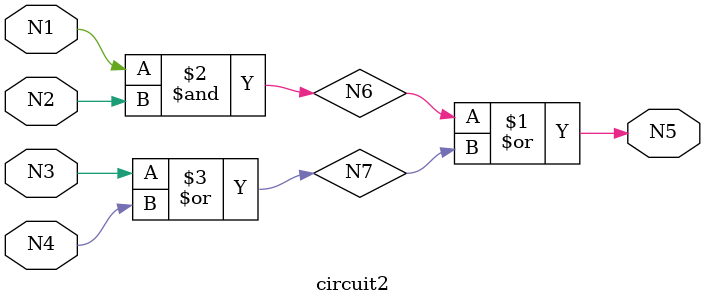
<source format=v>
module circuit2(N1, N2, N3, N4, N5);

  input N1, N2, N3, N4;
  output N5;
  wire N6, N7;

  or ginst1 (N5, N6, N7);
  and ginst2 (N6, N1, N2);
  or ginst3 (N7, N3, N4);

endmodule

</source>
